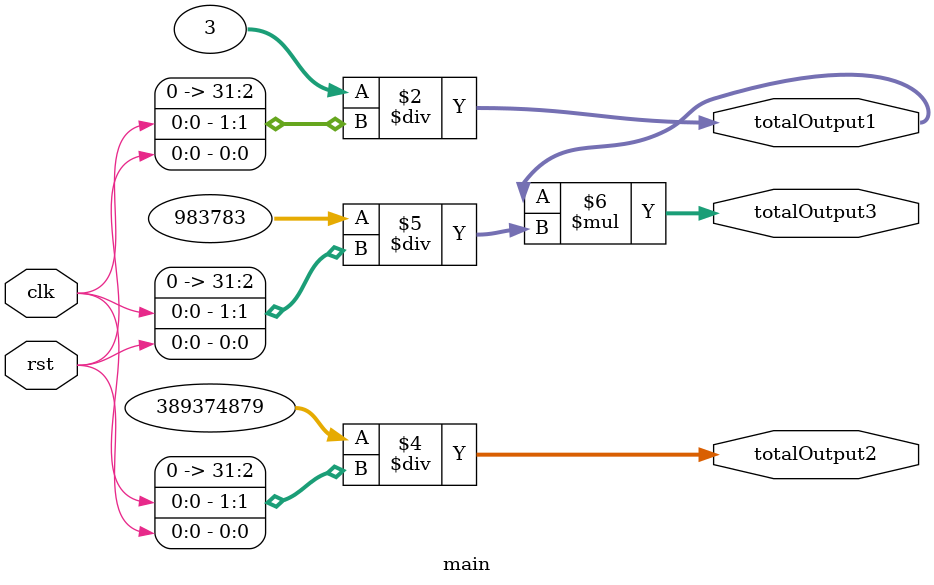
<source format=v>

module main(
input clk,
input rst,
output reg [31:0]totalOutput1,
output reg [31:0]totalOutput2,
output reg [31:0]totalOutput3
);

	always @ (*) begin
		totalOutput1 = 32'd3 / {clk, rst};
	end

	always @ (*) begin
		totalOutput2 = 32'd389374879 / {clk, rst};
		totalOutput3 = totalOutput1 * (32'd983783 / {clk, rst});
	end

endmodule


</source>
